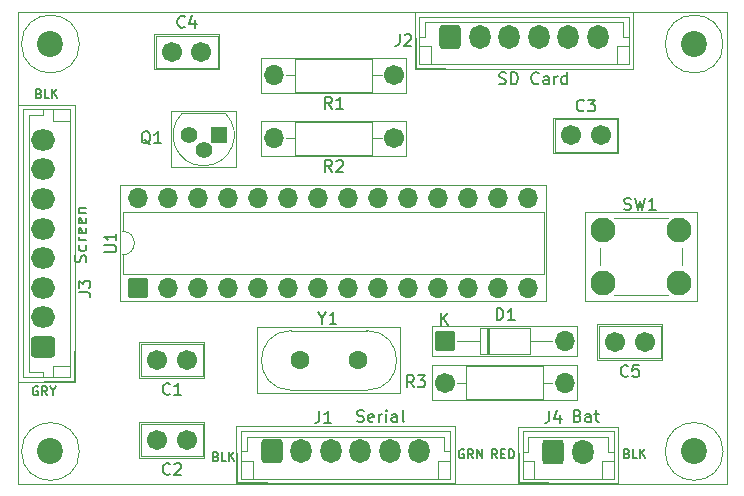
<source format=gbo>
%TF.GenerationSoftware,KiCad,Pcbnew,7.0.1*%
%TF.CreationDate,2023-04-20T23:53:02-05:00*%
%TF.ProjectId,epaper_board_layout,65706170-6572-45f6-926f-6172645f6c61,V01*%
%TF.SameCoordinates,Original*%
%TF.FileFunction,Legend,Bot*%
%TF.FilePolarity,Positive*%
%FSLAX46Y46*%
G04 Gerber Fmt 4.6, Leading zero omitted, Abs format (unit mm)*
G04 Created by KiCad (PCBNEW 7.0.1) date 2023-04-20 23:53:02*
%MOMM*%
%LPD*%
G01*
G04 APERTURE LIST*
G04 Aperture macros list*
%AMRoundRect*
0 Rectangle with rounded corners*
0 $1 Rounding radius*
0 $2 $3 $4 $5 $6 $7 $8 $9 X,Y pos of 4 corners*
0 Add a 4 corners polygon primitive as box body*
4,1,4,$2,$3,$4,$5,$6,$7,$8,$9,$2,$3,0*
0 Add four circle primitives for the rounded corners*
1,1,$1+$1,$2,$3*
1,1,$1+$1,$4,$5*
1,1,$1+$1,$6,$7*
1,1,$1+$1,$8,$9*
0 Add four rect primitives between the rounded corners*
20,1,$1+$1,$2,$3,$4,$5,0*
20,1,$1+$1,$4,$5,$6,$7,0*
20,1,$1+$1,$6,$7,$8,$9,0*
20,1,$1+$1,$8,$9,$2,$3,0*%
G04 Aperture macros list end*
%ADD10C,0.127000*%
%ADD11C,0.150000*%
%ADD12C,0.120000*%
%ADD13RoundRect,0.300800X-0.600000X-0.750000X0.600000X-0.750000X0.600000X0.750000X-0.600000X0.750000X0*%
%ADD14O,1.801600X2.101600*%
%ADD15C,2.200000*%
%ADD16RoundRect,0.050800X0.650000X0.650000X-0.650000X0.650000X-0.650000X-0.650000X0.650000X-0.650000X0*%
%ADD17C,1.401600*%
%ADD18C,1.701600*%
%ADD19RoundRect,0.050800X0.800000X-0.800000X0.800000X0.800000X-0.800000X0.800000X-0.800000X-0.800000X0*%
%ADD20O,1.701600X1.701600*%
%ADD21RoundRect,0.300800X0.725000X-0.600000X0.725000X0.600000X-0.725000X0.600000X-0.725000X-0.600000X0*%
%ADD22O,2.051600X1.801600*%
%ADD23C,2.101600*%
%ADD24RoundRect,0.300800X-0.600000X-0.725000X0.600000X-0.725000X0.600000X0.725000X-0.600000X0.725000X0*%
%ADD25O,1.801600X2.051600*%
%ADD26C,1.601600*%
%ADD27RoundRect,0.050800X-0.800000X-0.800000X0.800000X-0.800000X0.800000X0.800000X-0.800000X0.800000X0*%
%TA.AperFunction,Profile*%
%ADD28C,0.038100*%
%TD*%
%ADD29C,0.050000*%
G04 APERTURE END LIST*
D10*
X101781428Y-106949602D02*
X101890285Y-106985888D01*
X101890285Y-106985888D02*
X101926571Y-107022174D01*
X101926571Y-107022174D02*
X101962857Y-107094745D01*
X101962857Y-107094745D02*
X101962857Y-107203602D01*
X101962857Y-107203602D02*
X101926571Y-107276174D01*
X101926571Y-107276174D02*
X101890285Y-107312460D01*
X101890285Y-107312460D02*
X101817714Y-107348745D01*
X101817714Y-107348745D02*
X101527428Y-107348745D01*
X101527428Y-107348745D02*
X101527428Y-106586745D01*
X101527428Y-106586745D02*
X101781428Y-106586745D01*
X101781428Y-106586745D02*
X101854000Y-106623031D01*
X101854000Y-106623031D02*
X101890285Y-106659317D01*
X101890285Y-106659317D02*
X101926571Y-106731888D01*
X101926571Y-106731888D02*
X101926571Y-106804460D01*
X101926571Y-106804460D02*
X101890285Y-106877031D01*
X101890285Y-106877031D02*
X101854000Y-106913317D01*
X101854000Y-106913317D02*
X101781428Y-106949602D01*
X101781428Y-106949602D02*
X101527428Y-106949602D01*
X102652285Y-107348745D02*
X102289428Y-107348745D01*
X102289428Y-107348745D02*
X102289428Y-106586745D01*
X102906285Y-107348745D02*
X102906285Y-106586745D01*
X103341714Y-107348745D02*
X103015142Y-106913317D01*
X103341714Y-106586745D02*
X102906285Y-107022174D01*
X151565428Y-137429602D02*
X151674285Y-137465888D01*
X151674285Y-137465888D02*
X151710571Y-137502174D01*
X151710571Y-137502174D02*
X151746857Y-137574745D01*
X151746857Y-137574745D02*
X151746857Y-137683602D01*
X151746857Y-137683602D02*
X151710571Y-137756174D01*
X151710571Y-137756174D02*
X151674285Y-137792460D01*
X151674285Y-137792460D02*
X151601714Y-137828745D01*
X151601714Y-137828745D02*
X151311428Y-137828745D01*
X151311428Y-137828745D02*
X151311428Y-137066745D01*
X151311428Y-137066745D02*
X151565428Y-137066745D01*
X151565428Y-137066745D02*
X151638000Y-137103031D01*
X151638000Y-137103031D02*
X151674285Y-137139317D01*
X151674285Y-137139317D02*
X151710571Y-137211888D01*
X151710571Y-137211888D02*
X151710571Y-137284460D01*
X151710571Y-137284460D02*
X151674285Y-137357031D01*
X151674285Y-137357031D02*
X151638000Y-137393317D01*
X151638000Y-137393317D02*
X151565428Y-137429602D01*
X151565428Y-137429602D02*
X151311428Y-137429602D01*
X152436285Y-137828745D02*
X152073428Y-137828745D01*
X152073428Y-137828745D02*
X152073428Y-137066745D01*
X152690285Y-137828745D02*
X152690285Y-137066745D01*
X153125714Y-137828745D02*
X152799142Y-137393317D01*
X153125714Y-137066745D02*
X152690285Y-137502174D01*
D11*
X147383428Y-134227809D02*
X147526285Y-134275428D01*
X147526285Y-134275428D02*
X147573904Y-134323047D01*
X147573904Y-134323047D02*
X147621523Y-134418285D01*
X147621523Y-134418285D02*
X147621523Y-134561142D01*
X147621523Y-134561142D02*
X147573904Y-134656380D01*
X147573904Y-134656380D02*
X147526285Y-134704000D01*
X147526285Y-134704000D02*
X147431047Y-134751619D01*
X147431047Y-134751619D02*
X147050095Y-134751619D01*
X147050095Y-134751619D02*
X147050095Y-133751619D01*
X147050095Y-133751619D02*
X147383428Y-133751619D01*
X147383428Y-133751619D02*
X147478666Y-133799238D01*
X147478666Y-133799238D02*
X147526285Y-133846857D01*
X147526285Y-133846857D02*
X147573904Y-133942095D01*
X147573904Y-133942095D02*
X147573904Y-134037333D01*
X147573904Y-134037333D02*
X147526285Y-134132571D01*
X147526285Y-134132571D02*
X147478666Y-134180190D01*
X147478666Y-134180190D02*
X147383428Y-134227809D01*
X147383428Y-134227809D02*
X147050095Y-134227809D01*
X148478666Y-134751619D02*
X148478666Y-134227809D01*
X148478666Y-134227809D02*
X148431047Y-134132571D01*
X148431047Y-134132571D02*
X148335809Y-134084952D01*
X148335809Y-134084952D02*
X148145333Y-134084952D01*
X148145333Y-134084952D02*
X148050095Y-134132571D01*
X148478666Y-134704000D02*
X148383428Y-134751619D01*
X148383428Y-134751619D02*
X148145333Y-134751619D01*
X148145333Y-134751619D02*
X148050095Y-134704000D01*
X148050095Y-134704000D02*
X148002476Y-134608761D01*
X148002476Y-134608761D02*
X148002476Y-134513523D01*
X148002476Y-134513523D02*
X148050095Y-134418285D01*
X148050095Y-134418285D02*
X148145333Y-134370666D01*
X148145333Y-134370666D02*
X148383428Y-134370666D01*
X148383428Y-134370666D02*
X148478666Y-134323047D01*
X148812000Y-134084952D02*
X149192952Y-134084952D01*
X148954857Y-133751619D02*
X148954857Y-134608761D01*
X148954857Y-134608761D02*
X149002476Y-134704000D01*
X149002476Y-134704000D02*
X149097714Y-134751619D01*
X149097714Y-134751619D02*
X149192952Y-134751619D01*
D10*
X140570857Y-137828745D02*
X140316857Y-137465888D01*
X140135428Y-137828745D02*
X140135428Y-137066745D01*
X140135428Y-137066745D02*
X140425714Y-137066745D01*
X140425714Y-137066745D02*
X140498285Y-137103031D01*
X140498285Y-137103031D02*
X140534571Y-137139317D01*
X140534571Y-137139317D02*
X140570857Y-137211888D01*
X140570857Y-137211888D02*
X140570857Y-137320745D01*
X140570857Y-137320745D02*
X140534571Y-137393317D01*
X140534571Y-137393317D02*
X140498285Y-137429602D01*
X140498285Y-137429602D02*
X140425714Y-137465888D01*
X140425714Y-137465888D02*
X140135428Y-137465888D01*
X140897428Y-137429602D02*
X141151428Y-137429602D01*
X141260285Y-137828745D02*
X140897428Y-137828745D01*
X140897428Y-137828745D02*
X140897428Y-137066745D01*
X140897428Y-137066745D02*
X141260285Y-137066745D01*
X141586857Y-137828745D02*
X141586857Y-137066745D01*
X141586857Y-137066745D02*
X141768286Y-137066745D01*
X141768286Y-137066745D02*
X141877143Y-137103031D01*
X141877143Y-137103031D02*
X141949714Y-137175602D01*
X141949714Y-137175602D02*
X141986000Y-137248174D01*
X141986000Y-137248174D02*
X142022286Y-137393317D01*
X142022286Y-137393317D02*
X142022286Y-137502174D01*
X142022286Y-137502174D02*
X141986000Y-137647317D01*
X141986000Y-137647317D02*
X141949714Y-137719888D01*
X141949714Y-137719888D02*
X141877143Y-137792460D01*
X141877143Y-137792460D02*
X141768286Y-137828745D01*
X141768286Y-137828745D02*
X141586857Y-137828745D01*
D11*
X140754076Y-106103600D02*
X140896933Y-106151219D01*
X140896933Y-106151219D02*
X141135028Y-106151219D01*
X141135028Y-106151219D02*
X141230266Y-106103600D01*
X141230266Y-106103600D02*
X141277885Y-106055980D01*
X141277885Y-106055980D02*
X141325504Y-105960742D01*
X141325504Y-105960742D02*
X141325504Y-105865504D01*
X141325504Y-105865504D02*
X141277885Y-105770266D01*
X141277885Y-105770266D02*
X141230266Y-105722647D01*
X141230266Y-105722647D02*
X141135028Y-105675028D01*
X141135028Y-105675028D02*
X140944552Y-105627409D01*
X140944552Y-105627409D02*
X140849314Y-105579790D01*
X140849314Y-105579790D02*
X140801695Y-105532171D01*
X140801695Y-105532171D02*
X140754076Y-105436933D01*
X140754076Y-105436933D02*
X140754076Y-105341695D01*
X140754076Y-105341695D02*
X140801695Y-105246457D01*
X140801695Y-105246457D02*
X140849314Y-105198838D01*
X140849314Y-105198838D02*
X140944552Y-105151219D01*
X140944552Y-105151219D02*
X141182647Y-105151219D01*
X141182647Y-105151219D02*
X141325504Y-105198838D01*
X141754076Y-106151219D02*
X141754076Y-105151219D01*
X141754076Y-105151219D02*
X141992171Y-105151219D01*
X141992171Y-105151219D02*
X142135028Y-105198838D01*
X142135028Y-105198838D02*
X142230266Y-105294076D01*
X142230266Y-105294076D02*
X142277885Y-105389314D01*
X142277885Y-105389314D02*
X142325504Y-105579790D01*
X142325504Y-105579790D02*
X142325504Y-105722647D01*
X142325504Y-105722647D02*
X142277885Y-105913123D01*
X142277885Y-105913123D02*
X142230266Y-106008361D01*
X142230266Y-106008361D02*
X142135028Y-106103600D01*
X142135028Y-106103600D02*
X141992171Y-106151219D01*
X141992171Y-106151219D02*
X141754076Y-106151219D01*
X144087409Y-106055980D02*
X144039790Y-106103600D01*
X144039790Y-106103600D02*
X143896933Y-106151219D01*
X143896933Y-106151219D02*
X143801695Y-106151219D01*
X143801695Y-106151219D02*
X143658838Y-106103600D01*
X143658838Y-106103600D02*
X143563600Y-106008361D01*
X143563600Y-106008361D02*
X143515981Y-105913123D01*
X143515981Y-105913123D02*
X143468362Y-105722647D01*
X143468362Y-105722647D02*
X143468362Y-105579790D01*
X143468362Y-105579790D02*
X143515981Y-105389314D01*
X143515981Y-105389314D02*
X143563600Y-105294076D01*
X143563600Y-105294076D02*
X143658838Y-105198838D01*
X143658838Y-105198838D02*
X143801695Y-105151219D01*
X143801695Y-105151219D02*
X143896933Y-105151219D01*
X143896933Y-105151219D02*
X144039790Y-105198838D01*
X144039790Y-105198838D02*
X144087409Y-105246457D01*
X144944552Y-106151219D02*
X144944552Y-105627409D01*
X144944552Y-105627409D02*
X144896933Y-105532171D01*
X144896933Y-105532171D02*
X144801695Y-105484552D01*
X144801695Y-105484552D02*
X144611219Y-105484552D01*
X144611219Y-105484552D02*
X144515981Y-105532171D01*
X144944552Y-106103600D02*
X144849314Y-106151219D01*
X144849314Y-106151219D02*
X144611219Y-106151219D01*
X144611219Y-106151219D02*
X144515981Y-106103600D01*
X144515981Y-106103600D02*
X144468362Y-106008361D01*
X144468362Y-106008361D02*
X144468362Y-105913123D01*
X144468362Y-105913123D02*
X144515981Y-105817885D01*
X144515981Y-105817885D02*
X144611219Y-105770266D01*
X144611219Y-105770266D02*
X144849314Y-105770266D01*
X144849314Y-105770266D02*
X144944552Y-105722647D01*
X145420743Y-106151219D02*
X145420743Y-105484552D01*
X145420743Y-105675028D02*
X145468362Y-105579790D01*
X145468362Y-105579790D02*
X145515981Y-105532171D01*
X145515981Y-105532171D02*
X145611219Y-105484552D01*
X145611219Y-105484552D02*
X145706457Y-105484552D01*
X146468362Y-106151219D02*
X146468362Y-105151219D01*
X146468362Y-106103600D02*
X146373124Y-106151219D01*
X146373124Y-106151219D02*
X146182648Y-106151219D01*
X146182648Y-106151219D02*
X146087410Y-106103600D01*
X146087410Y-106103600D02*
X146039791Y-106055980D01*
X146039791Y-106055980D02*
X145992172Y-105960742D01*
X145992172Y-105960742D02*
X145992172Y-105675028D01*
X145992172Y-105675028D02*
X146039791Y-105579790D01*
X146039791Y-105579790D02*
X146087410Y-105532171D01*
X146087410Y-105532171D02*
X146182648Y-105484552D01*
X146182648Y-105484552D02*
X146373124Y-105484552D01*
X146373124Y-105484552D02*
X146468362Y-105532171D01*
X105748000Y-121221523D02*
X105795619Y-121078666D01*
X105795619Y-121078666D02*
X105795619Y-120840571D01*
X105795619Y-120840571D02*
X105748000Y-120745333D01*
X105748000Y-120745333D02*
X105700380Y-120697714D01*
X105700380Y-120697714D02*
X105605142Y-120650095D01*
X105605142Y-120650095D02*
X105509904Y-120650095D01*
X105509904Y-120650095D02*
X105414666Y-120697714D01*
X105414666Y-120697714D02*
X105367047Y-120745333D01*
X105367047Y-120745333D02*
X105319428Y-120840571D01*
X105319428Y-120840571D02*
X105271809Y-121031047D01*
X105271809Y-121031047D02*
X105224190Y-121126285D01*
X105224190Y-121126285D02*
X105176571Y-121173904D01*
X105176571Y-121173904D02*
X105081333Y-121221523D01*
X105081333Y-121221523D02*
X104986095Y-121221523D01*
X104986095Y-121221523D02*
X104890857Y-121173904D01*
X104890857Y-121173904D02*
X104843238Y-121126285D01*
X104843238Y-121126285D02*
X104795619Y-121031047D01*
X104795619Y-121031047D02*
X104795619Y-120792952D01*
X104795619Y-120792952D02*
X104843238Y-120650095D01*
X105748000Y-119792952D02*
X105795619Y-119888190D01*
X105795619Y-119888190D02*
X105795619Y-120078666D01*
X105795619Y-120078666D02*
X105748000Y-120173904D01*
X105748000Y-120173904D02*
X105700380Y-120221523D01*
X105700380Y-120221523D02*
X105605142Y-120269142D01*
X105605142Y-120269142D02*
X105319428Y-120269142D01*
X105319428Y-120269142D02*
X105224190Y-120221523D01*
X105224190Y-120221523D02*
X105176571Y-120173904D01*
X105176571Y-120173904D02*
X105128952Y-120078666D01*
X105128952Y-120078666D02*
X105128952Y-119888190D01*
X105128952Y-119888190D02*
X105176571Y-119792952D01*
X105795619Y-119364380D02*
X105128952Y-119364380D01*
X105319428Y-119364380D02*
X105224190Y-119316761D01*
X105224190Y-119316761D02*
X105176571Y-119269142D01*
X105176571Y-119269142D02*
X105128952Y-119173904D01*
X105128952Y-119173904D02*
X105128952Y-119078666D01*
X105748000Y-118364380D02*
X105795619Y-118459618D01*
X105795619Y-118459618D02*
X105795619Y-118650094D01*
X105795619Y-118650094D02*
X105748000Y-118745332D01*
X105748000Y-118745332D02*
X105652761Y-118792951D01*
X105652761Y-118792951D02*
X105271809Y-118792951D01*
X105271809Y-118792951D02*
X105176571Y-118745332D01*
X105176571Y-118745332D02*
X105128952Y-118650094D01*
X105128952Y-118650094D02*
X105128952Y-118459618D01*
X105128952Y-118459618D02*
X105176571Y-118364380D01*
X105176571Y-118364380D02*
X105271809Y-118316761D01*
X105271809Y-118316761D02*
X105367047Y-118316761D01*
X105367047Y-118316761D02*
X105462285Y-118792951D01*
X105748000Y-117507237D02*
X105795619Y-117602475D01*
X105795619Y-117602475D02*
X105795619Y-117792951D01*
X105795619Y-117792951D02*
X105748000Y-117888189D01*
X105748000Y-117888189D02*
X105652761Y-117935808D01*
X105652761Y-117935808D02*
X105271809Y-117935808D01*
X105271809Y-117935808D02*
X105176571Y-117888189D01*
X105176571Y-117888189D02*
X105128952Y-117792951D01*
X105128952Y-117792951D02*
X105128952Y-117602475D01*
X105128952Y-117602475D02*
X105176571Y-117507237D01*
X105176571Y-117507237D02*
X105271809Y-117459618D01*
X105271809Y-117459618D02*
X105367047Y-117459618D01*
X105367047Y-117459618D02*
X105462285Y-117935808D01*
X105128952Y-117031046D02*
X105795619Y-117031046D01*
X105224190Y-117031046D02*
X105176571Y-116983427D01*
X105176571Y-116983427D02*
X105128952Y-116888189D01*
X105128952Y-116888189D02*
X105128952Y-116745332D01*
X105128952Y-116745332D02*
X105176571Y-116650094D01*
X105176571Y-116650094D02*
X105271809Y-116602475D01*
X105271809Y-116602475D02*
X105795619Y-116602475D01*
X128714476Y-134704000D02*
X128857333Y-134751619D01*
X128857333Y-134751619D02*
X129095428Y-134751619D01*
X129095428Y-134751619D02*
X129190666Y-134704000D01*
X129190666Y-134704000D02*
X129238285Y-134656380D01*
X129238285Y-134656380D02*
X129285904Y-134561142D01*
X129285904Y-134561142D02*
X129285904Y-134465904D01*
X129285904Y-134465904D02*
X129238285Y-134370666D01*
X129238285Y-134370666D02*
X129190666Y-134323047D01*
X129190666Y-134323047D02*
X129095428Y-134275428D01*
X129095428Y-134275428D02*
X128904952Y-134227809D01*
X128904952Y-134227809D02*
X128809714Y-134180190D01*
X128809714Y-134180190D02*
X128762095Y-134132571D01*
X128762095Y-134132571D02*
X128714476Y-134037333D01*
X128714476Y-134037333D02*
X128714476Y-133942095D01*
X128714476Y-133942095D02*
X128762095Y-133846857D01*
X128762095Y-133846857D02*
X128809714Y-133799238D01*
X128809714Y-133799238D02*
X128904952Y-133751619D01*
X128904952Y-133751619D02*
X129143047Y-133751619D01*
X129143047Y-133751619D02*
X129285904Y-133799238D01*
X130095428Y-134704000D02*
X130000190Y-134751619D01*
X130000190Y-134751619D02*
X129809714Y-134751619D01*
X129809714Y-134751619D02*
X129714476Y-134704000D01*
X129714476Y-134704000D02*
X129666857Y-134608761D01*
X129666857Y-134608761D02*
X129666857Y-134227809D01*
X129666857Y-134227809D02*
X129714476Y-134132571D01*
X129714476Y-134132571D02*
X129809714Y-134084952D01*
X129809714Y-134084952D02*
X130000190Y-134084952D01*
X130000190Y-134084952D02*
X130095428Y-134132571D01*
X130095428Y-134132571D02*
X130143047Y-134227809D01*
X130143047Y-134227809D02*
X130143047Y-134323047D01*
X130143047Y-134323047D02*
X129666857Y-134418285D01*
X130571619Y-134751619D02*
X130571619Y-134084952D01*
X130571619Y-134275428D02*
X130619238Y-134180190D01*
X130619238Y-134180190D02*
X130666857Y-134132571D01*
X130666857Y-134132571D02*
X130762095Y-134084952D01*
X130762095Y-134084952D02*
X130857333Y-134084952D01*
X131190667Y-134751619D02*
X131190667Y-134084952D01*
X131190667Y-133751619D02*
X131143048Y-133799238D01*
X131143048Y-133799238D02*
X131190667Y-133846857D01*
X131190667Y-133846857D02*
X131238286Y-133799238D01*
X131238286Y-133799238D02*
X131190667Y-133751619D01*
X131190667Y-133751619D02*
X131190667Y-133846857D01*
X132095428Y-134751619D02*
X132095428Y-134227809D01*
X132095428Y-134227809D02*
X132047809Y-134132571D01*
X132047809Y-134132571D02*
X131952571Y-134084952D01*
X131952571Y-134084952D02*
X131762095Y-134084952D01*
X131762095Y-134084952D02*
X131666857Y-134132571D01*
X132095428Y-134704000D02*
X132000190Y-134751619D01*
X132000190Y-134751619D02*
X131762095Y-134751619D01*
X131762095Y-134751619D02*
X131666857Y-134704000D01*
X131666857Y-134704000D02*
X131619238Y-134608761D01*
X131619238Y-134608761D02*
X131619238Y-134513523D01*
X131619238Y-134513523D02*
X131666857Y-134418285D01*
X131666857Y-134418285D02*
X131762095Y-134370666D01*
X131762095Y-134370666D02*
X132000190Y-134370666D01*
X132000190Y-134370666D02*
X132095428Y-134323047D01*
X132714476Y-134751619D02*
X132619238Y-134704000D01*
X132619238Y-134704000D02*
X132571619Y-134608761D01*
X132571619Y-134608761D02*
X132571619Y-133751619D01*
D10*
X101672571Y-131769031D02*
X101600000Y-131732745D01*
X101600000Y-131732745D02*
X101491142Y-131732745D01*
X101491142Y-131732745D02*
X101382285Y-131769031D01*
X101382285Y-131769031D02*
X101309714Y-131841602D01*
X101309714Y-131841602D02*
X101273428Y-131914174D01*
X101273428Y-131914174D02*
X101237142Y-132059317D01*
X101237142Y-132059317D02*
X101237142Y-132168174D01*
X101237142Y-132168174D02*
X101273428Y-132313317D01*
X101273428Y-132313317D02*
X101309714Y-132385888D01*
X101309714Y-132385888D02*
X101382285Y-132458460D01*
X101382285Y-132458460D02*
X101491142Y-132494745D01*
X101491142Y-132494745D02*
X101563714Y-132494745D01*
X101563714Y-132494745D02*
X101672571Y-132458460D01*
X101672571Y-132458460D02*
X101708857Y-132422174D01*
X101708857Y-132422174D02*
X101708857Y-132168174D01*
X101708857Y-132168174D02*
X101563714Y-132168174D01*
X102470857Y-132494745D02*
X102216857Y-132131888D01*
X102035428Y-132494745D02*
X102035428Y-131732745D01*
X102035428Y-131732745D02*
X102325714Y-131732745D01*
X102325714Y-131732745D02*
X102398285Y-131769031D01*
X102398285Y-131769031D02*
X102434571Y-131805317D01*
X102434571Y-131805317D02*
X102470857Y-131877888D01*
X102470857Y-131877888D02*
X102470857Y-131986745D01*
X102470857Y-131986745D02*
X102434571Y-132059317D01*
X102434571Y-132059317D02*
X102398285Y-132095602D01*
X102398285Y-132095602D02*
X102325714Y-132131888D01*
X102325714Y-132131888D02*
X102035428Y-132131888D01*
X102942571Y-132131888D02*
X102942571Y-132494745D01*
X102688571Y-131732745D02*
X102942571Y-132131888D01*
X102942571Y-132131888D02*
X103196571Y-131732745D01*
X137740571Y-137103031D02*
X137668000Y-137066745D01*
X137668000Y-137066745D02*
X137559142Y-137066745D01*
X137559142Y-137066745D02*
X137450285Y-137103031D01*
X137450285Y-137103031D02*
X137377714Y-137175602D01*
X137377714Y-137175602D02*
X137341428Y-137248174D01*
X137341428Y-137248174D02*
X137305142Y-137393317D01*
X137305142Y-137393317D02*
X137305142Y-137502174D01*
X137305142Y-137502174D02*
X137341428Y-137647317D01*
X137341428Y-137647317D02*
X137377714Y-137719888D01*
X137377714Y-137719888D02*
X137450285Y-137792460D01*
X137450285Y-137792460D02*
X137559142Y-137828745D01*
X137559142Y-137828745D02*
X137631714Y-137828745D01*
X137631714Y-137828745D02*
X137740571Y-137792460D01*
X137740571Y-137792460D02*
X137776857Y-137756174D01*
X137776857Y-137756174D02*
X137776857Y-137502174D01*
X137776857Y-137502174D02*
X137631714Y-137502174D01*
X138538857Y-137828745D02*
X138284857Y-137465888D01*
X138103428Y-137828745D02*
X138103428Y-137066745D01*
X138103428Y-137066745D02*
X138393714Y-137066745D01*
X138393714Y-137066745D02*
X138466285Y-137103031D01*
X138466285Y-137103031D02*
X138502571Y-137139317D01*
X138502571Y-137139317D02*
X138538857Y-137211888D01*
X138538857Y-137211888D02*
X138538857Y-137320745D01*
X138538857Y-137320745D02*
X138502571Y-137393317D01*
X138502571Y-137393317D02*
X138466285Y-137429602D01*
X138466285Y-137429602D02*
X138393714Y-137465888D01*
X138393714Y-137465888D02*
X138103428Y-137465888D01*
X138865428Y-137828745D02*
X138865428Y-137066745D01*
X138865428Y-137066745D02*
X139300857Y-137828745D01*
X139300857Y-137828745D02*
X139300857Y-137066745D01*
X116767428Y-137683602D02*
X116876285Y-137719888D01*
X116876285Y-137719888D02*
X116912571Y-137756174D01*
X116912571Y-137756174D02*
X116948857Y-137828745D01*
X116948857Y-137828745D02*
X116948857Y-137937602D01*
X116948857Y-137937602D02*
X116912571Y-138010174D01*
X116912571Y-138010174D02*
X116876285Y-138046460D01*
X116876285Y-138046460D02*
X116803714Y-138082745D01*
X116803714Y-138082745D02*
X116513428Y-138082745D01*
X116513428Y-138082745D02*
X116513428Y-137320745D01*
X116513428Y-137320745D02*
X116767428Y-137320745D01*
X116767428Y-137320745D02*
X116840000Y-137357031D01*
X116840000Y-137357031D02*
X116876285Y-137393317D01*
X116876285Y-137393317D02*
X116912571Y-137465888D01*
X116912571Y-137465888D02*
X116912571Y-137538460D01*
X116912571Y-137538460D02*
X116876285Y-137611031D01*
X116876285Y-137611031D02*
X116840000Y-137647317D01*
X116840000Y-137647317D02*
X116767428Y-137683602D01*
X116767428Y-137683602D02*
X116513428Y-137683602D01*
X117638285Y-138082745D02*
X117275428Y-138082745D01*
X117275428Y-138082745D02*
X117275428Y-137320745D01*
X117892285Y-138082745D02*
X117892285Y-137320745D01*
X118327714Y-138082745D02*
X118001142Y-137647317D01*
X118327714Y-137320745D02*
X117892285Y-137756174D01*
D11*
%TO.C,J4*%
X144974666Y-133828619D02*
X144974666Y-134542904D01*
X144974666Y-134542904D02*
X144927047Y-134685761D01*
X144927047Y-134685761D02*
X144831809Y-134781000D01*
X144831809Y-134781000D02*
X144688952Y-134828619D01*
X144688952Y-134828619D02*
X144593714Y-134828619D01*
X145879428Y-134161952D02*
X145879428Y-134828619D01*
X145641333Y-133781000D02*
X145403238Y-134495285D01*
X145403238Y-134495285D02*
X146022285Y-134495285D01*
%TO.C,Q1*%
X111207561Y-111251057D02*
X111112323Y-111203438D01*
X111112323Y-111203438D02*
X111017085Y-111108200D01*
X111017085Y-111108200D02*
X110874228Y-110965342D01*
X110874228Y-110965342D02*
X110778990Y-110917723D01*
X110778990Y-110917723D02*
X110683752Y-110917723D01*
X110731371Y-111155819D02*
X110636133Y-111108200D01*
X110636133Y-111108200D02*
X110540895Y-111012961D01*
X110540895Y-111012961D02*
X110493276Y-110822485D01*
X110493276Y-110822485D02*
X110493276Y-110489152D01*
X110493276Y-110489152D02*
X110540895Y-110298676D01*
X110540895Y-110298676D02*
X110636133Y-110203438D01*
X110636133Y-110203438D02*
X110731371Y-110155819D01*
X110731371Y-110155819D02*
X110921847Y-110155819D01*
X110921847Y-110155819D02*
X111017085Y-110203438D01*
X111017085Y-110203438D02*
X111112323Y-110298676D01*
X111112323Y-110298676D02*
X111159942Y-110489152D01*
X111159942Y-110489152D02*
X111159942Y-110822485D01*
X111159942Y-110822485D02*
X111112323Y-111012961D01*
X111112323Y-111012961D02*
X111017085Y-111108200D01*
X111017085Y-111108200D02*
X110921847Y-111155819D01*
X110921847Y-111155819D02*
X110731371Y-111155819D01*
X112112323Y-111155819D02*
X111540895Y-111155819D01*
X111826609Y-111155819D02*
X111826609Y-110155819D01*
X111826609Y-110155819D02*
X111731371Y-110298676D01*
X111731371Y-110298676D02*
X111636133Y-110393914D01*
X111636133Y-110393914D02*
X111540895Y-110441533D01*
%TO.C,C2*%
X112863333Y-139138380D02*
X112815714Y-139186000D01*
X112815714Y-139186000D02*
X112672857Y-139233619D01*
X112672857Y-139233619D02*
X112577619Y-139233619D01*
X112577619Y-139233619D02*
X112434762Y-139186000D01*
X112434762Y-139186000D02*
X112339524Y-139090761D01*
X112339524Y-139090761D02*
X112291905Y-138995523D01*
X112291905Y-138995523D02*
X112244286Y-138805047D01*
X112244286Y-138805047D02*
X112244286Y-138662190D01*
X112244286Y-138662190D02*
X112291905Y-138471714D01*
X112291905Y-138471714D02*
X112339524Y-138376476D01*
X112339524Y-138376476D02*
X112434762Y-138281238D01*
X112434762Y-138281238D02*
X112577619Y-138233619D01*
X112577619Y-138233619D02*
X112672857Y-138233619D01*
X112672857Y-138233619D02*
X112815714Y-138281238D01*
X112815714Y-138281238D02*
X112863333Y-138328857D01*
X113244286Y-138328857D02*
X113291905Y-138281238D01*
X113291905Y-138281238D02*
X113387143Y-138233619D01*
X113387143Y-138233619D02*
X113625238Y-138233619D01*
X113625238Y-138233619D02*
X113720476Y-138281238D01*
X113720476Y-138281238D02*
X113768095Y-138328857D01*
X113768095Y-138328857D02*
X113815714Y-138424095D01*
X113815714Y-138424095D02*
X113815714Y-138519333D01*
X113815714Y-138519333D02*
X113768095Y-138662190D01*
X113768095Y-138662190D02*
X113196667Y-139233619D01*
X113196667Y-139233619D02*
X113815714Y-139233619D01*
%TO.C,C4*%
X114117133Y-101270780D02*
X114069514Y-101318400D01*
X114069514Y-101318400D02*
X113926657Y-101366019D01*
X113926657Y-101366019D02*
X113831419Y-101366019D01*
X113831419Y-101366019D02*
X113688562Y-101318400D01*
X113688562Y-101318400D02*
X113593324Y-101223161D01*
X113593324Y-101223161D02*
X113545705Y-101127923D01*
X113545705Y-101127923D02*
X113498086Y-100937447D01*
X113498086Y-100937447D02*
X113498086Y-100794590D01*
X113498086Y-100794590D02*
X113545705Y-100604114D01*
X113545705Y-100604114D02*
X113593324Y-100508876D01*
X113593324Y-100508876D02*
X113688562Y-100413638D01*
X113688562Y-100413638D02*
X113831419Y-100366019D01*
X113831419Y-100366019D02*
X113926657Y-100366019D01*
X113926657Y-100366019D02*
X114069514Y-100413638D01*
X114069514Y-100413638D02*
X114117133Y-100461257D01*
X114974276Y-100699352D02*
X114974276Y-101366019D01*
X114736181Y-100318400D02*
X114498086Y-101032685D01*
X114498086Y-101032685D02*
X115117133Y-101032685D01*
%TO.C,C5*%
X151649133Y-130832580D02*
X151601514Y-130880200D01*
X151601514Y-130880200D02*
X151458657Y-130927819D01*
X151458657Y-130927819D02*
X151363419Y-130927819D01*
X151363419Y-130927819D02*
X151220562Y-130880200D01*
X151220562Y-130880200D02*
X151125324Y-130784961D01*
X151125324Y-130784961D02*
X151077705Y-130689723D01*
X151077705Y-130689723D02*
X151030086Y-130499247D01*
X151030086Y-130499247D02*
X151030086Y-130356390D01*
X151030086Y-130356390D02*
X151077705Y-130165914D01*
X151077705Y-130165914D02*
X151125324Y-130070676D01*
X151125324Y-130070676D02*
X151220562Y-129975438D01*
X151220562Y-129975438D02*
X151363419Y-129927819D01*
X151363419Y-129927819D02*
X151458657Y-129927819D01*
X151458657Y-129927819D02*
X151601514Y-129975438D01*
X151601514Y-129975438D02*
X151649133Y-130023057D01*
X152553895Y-129927819D02*
X152077705Y-129927819D01*
X152077705Y-129927819D02*
X152030086Y-130404009D01*
X152030086Y-130404009D02*
X152077705Y-130356390D01*
X152077705Y-130356390D02*
X152172943Y-130308771D01*
X152172943Y-130308771D02*
X152411038Y-130308771D01*
X152411038Y-130308771D02*
X152506276Y-130356390D01*
X152506276Y-130356390D02*
X152553895Y-130404009D01*
X152553895Y-130404009D02*
X152601514Y-130499247D01*
X152601514Y-130499247D02*
X152601514Y-130737342D01*
X152601514Y-130737342D02*
X152553895Y-130832580D01*
X152553895Y-130832580D02*
X152506276Y-130880200D01*
X152506276Y-130880200D02*
X152411038Y-130927819D01*
X152411038Y-130927819D02*
X152172943Y-130927819D01*
X152172943Y-130927819D02*
X152077705Y-130880200D01*
X152077705Y-130880200D02*
X152030086Y-130832580D01*
%TO.C,U1*%
X107317819Y-120370504D02*
X108127342Y-120370504D01*
X108127342Y-120370504D02*
X108222580Y-120322885D01*
X108222580Y-120322885D02*
X108270200Y-120275266D01*
X108270200Y-120275266D02*
X108317819Y-120180028D01*
X108317819Y-120180028D02*
X108317819Y-119989552D01*
X108317819Y-119989552D02*
X108270200Y-119894314D01*
X108270200Y-119894314D02*
X108222580Y-119846695D01*
X108222580Y-119846695D02*
X108127342Y-119799076D01*
X108127342Y-119799076D02*
X107317819Y-119799076D01*
X108317819Y-118799076D02*
X108317819Y-119370504D01*
X108317819Y-119084790D02*
X107317819Y-119084790D01*
X107317819Y-119084790D02*
X107460676Y-119180028D01*
X107460676Y-119180028D02*
X107555914Y-119275266D01*
X107555914Y-119275266D02*
X107603533Y-119370504D01*
%TO.C,C1*%
X112863333Y-132356580D02*
X112815714Y-132404200D01*
X112815714Y-132404200D02*
X112672857Y-132451819D01*
X112672857Y-132451819D02*
X112577619Y-132451819D01*
X112577619Y-132451819D02*
X112434762Y-132404200D01*
X112434762Y-132404200D02*
X112339524Y-132308961D01*
X112339524Y-132308961D02*
X112291905Y-132213723D01*
X112291905Y-132213723D02*
X112244286Y-132023247D01*
X112244286Y-132023247D02*
X112244286Y-131880390D01*
X112244286Y-131880390D02*
X112291905Y-131689914D01*
X112291905Y-131689914D02*
X112339524Y-131594676D01*
X112339524Y-131594676D02*
X112434762Y-131499438D01*
X112434762Y-131499438D02*
X112577619Y-131451819D01*
X112577619Y-131451819D02*
X112672857Y-131451819D01*
X112672857Y-131451819D02*
X112815714Y-131499438D01*
X112815714Y-131499438D02*
X112863333Y-131547057D01*
X113815714Y-132451819D02*
X113244286Y-132451819D01*
X113530000Y-132451819D02*
X113530000Y-131451819D01*
X113530000Y-131451819D02*
X113434762Y-131594676D01*
X113434762Y-131594676D02*
X113339524Y-131689914D01*
X113339524Y-131689914D02*
X113244286Y-131737533D01*
%TO.C,R2*%
X126579333Y-113576619D02*
X126246000Y-113100428D01*
X126007905Y-113576619D02*
X126007905Y-112576619D01*
X126007905Y-112576619D02*
X126388857Y-112576619D01*
X126388857Y-112576619D02*
X126484095Y-112624238D01*
X126484095Y-112624238D02*
X126531714Y-112671857D01*
X126531714Y-112671857D02*
X126579333Y-112767095D01*
X126579333Y-112767095D02*
X126579333Y-112909952D01*
X126579333Y-112909952D02*
X126531714Y-113005190D01*
X126531714Y-113005190D02*
X126484095Y-113052809D01*
X126484095Y-113052809D02*
X126388857Y-113100428D01*
X126388857Y-113100428D02*
X126007905Y-113100428D01*
X126960286Y-112671857D02*
X127007905Y-112624238D01*
X127007905Y-112624238D02*
X127103143Y-112576619D01*
X127103143Y-112576619D02*
X127341238Y-112576619D01*
X127341238Y-112576619D02*
X127436476Y-112624238D01*
X127436476Y-112624238D02*
X127484095Y-112671857D01*
X127484095Y-112671857D02*
X127531714Y-112767095D01*
X127531714Y-112767095D02*
X127531714Y-112862333D01*
X127531714Y-112862333D02*
X127484095Y-113005190D01*
X127484095Y-113005190D02*
X126912667Y-113576619D01*
X126912667Y-113576619D02*
X127531714Y-113576619D01*
%TO.C,R1*%
X126579333Y-108242619D02*
X126246000Y-107766428D01*
X126007905Y-108242619D02*
X126007905Y-107242619D01*
X126007905Y-107242619D02*
X126388857Y-107242619D01*
X126388857Y-107242619D02*
X126484095Y-107290238D01*
X126484095Y-107290238D02*
X126531714Y-107337857D01*
X126531714Y-107337857D02*
X126579333Y-107433095D01*
X126579333Y-107433095D02*
X126579333Y-107575952D01*
X126579333Y-107575952D02*
X126531714Y-107671190D01*
X126531714Y-107671190D02*
X126484095Y-107718809D01*
X126484095Y-107718809D02*
X126388857Y-107766428D01*
X126388857Y-107766428D02*
X126007905Y-107766428D01*
X127531714Y-108242619D02*
X126960286Y-108242619D01*
X127246000Y-108242619D02*
X127246000Y-107242619D01*
X127246000Y-107242619D02*
X127150762Y-107385476D01*
X127150762Y-107385476D02*
X127055524Y-107480714D01*
X127055524Y-107480714D02*
X126960286Y-107528333D01*
%TO.C,J3*%
X105126619Y-123777333D02*
X105840904Y-123777333D01*
X105840904Y-123777333D02*
X105983761Y-123824952D01*
X105983761Y-123824952D02*
X106079000Y-123920190D01*
X106079000Y-123920190D02*
X106126619Y-124063047D01*
X106126619Y-124063047D02*
X106126619Y-124158285D01*
X105126619Y-123396380D02*
X105126619Y-122777333D01*
X105126619Y-122777333D02*
X105507571Y-123110666D01*
X105507571Y-123110666D02*
X105507571Y-122967809D01*
X105507571Y-122967809D02*
X105555190Y-122872571D01*
X105555190Y-122872571D02*
X105602809Y-122824952D01*
X105602809Y-122824952D02*
X105698047Y-122777333D01*
X105698047Y-122777333D02*
X105936142Y-122777333D01*
X105936142Y-122777333D02*
X106031380Y-122824952D01*
X106031380Y-122824952D02*
X106079000Y-122872571D01*
X106079000Y-122872571D02*
X106126619Y-122967809D01*
X106126619Y-122967809D02*
X106126619Y-123253523D01*
X106126619Y-123253523D02*
X106079000Y-123348761D01*
X106079000Y-123348761D02*
X106031380Y-123396380D01*
%TO.C,SW1*%
X151320667Y-116747000D02*
X151463524Y-116794619D01*
X151463524Y-116794619D02*
X151701619Y-116794619D01*
X151701619Y-116794619D02*
X151796857Y-116747000D01*
X151796857Y-116747000D02*
X151844476Y-116699380D01*
X151844476Y-116699380D02*
X151892095Y-116604142D01*
X151892095Y-116604142D02*
X151892095Y-116508904D01*
X151892095Y-116508904D02*
X151844476Y-116413666D01*
X151844476Y-116413666D02*
X151796857Y-116366047D01*
X151796857Y-116366047D02*
X151701619Y-116318428D01*
X151701619Y-116318428D02*
X151511143Y-116270809D01*
X151511143Y-116270809D02*
X151415905Y-116223190D01*
X151415905Y-116223190D02*
X151368286Y-116175571D01*
X151368286Y-116175571D02*
X151320667Y-116080333D01*
X151320667Y-116080333D02*
X151320667Y-115985095D01*
X151320667Y-115985095D02*
X151368286Y-115889857D01*
X151368286Y-115889857D02*
X151415905Y-115842238D01*
X151415905Y-115842238D02*
X151511143Y-115794619D01*
X151511143Y-115794619D02*
X151749238Y-115794619D01*
X151749238Y-115794619D02*
X151892095Y-115842238D01*
X152225429Y-115794619D02*
X152463524Y-116794619D01*
X152463524Y-116794619D02*
X152654000Y-116080333D01*
X152654000Y-116080333D02*
X152844476Y-116794619D01*
X152844476Y-116794619D02*
X153082572Y-115794619D01*
X153987333Y-116794619D02*
X153415905Y-116794619D01*
X153701619Y-116794619D02*
X153701619Y-115794619D01*
X153701619Y-115794619D02*
X153606381Y-115937476D01*
X153606381Y-115937476D02*
X153511143Y-116032714D01*
X153511143Y-116032714D02*
X153415905Y-116080333D01*
%TO.C,C3*%
X147915333Y-108357380D02*
X147867714Y-108405000D01*
X147867714Y-108405000D02*
X147724857Y-108452619D01*
X147724857Y-108452619D02*
X147629619Y-108452619D01*
X147629619Y-108452619D02*
X147486762Y-108405000D01*
X147486762Y-108405000D02*
X147391524Y-108309761D01*
X147391524Y-108309761D02*
X147343905Y-108214523D01*
X147343905Y-108214523D02*
X147296286Y-108024047D01*
X147296286Y-108024047D02*
X147296286Y-107881190D01*
X147296286Y-107881190D02*
X147343905Y-107690714D01*
X147343905Y-107690714D02*
X147391524Y-107595476D01*
X147391524Y-107595476D02*
X147486762Y-107500238D01*
X147486762Y-107500238D02*
X147629619Y-107452619D01*
X147629619Y-107452619D02*
X147724857Y-107452619D01*
X147724857Y-107452619D02*
X147867714Y-107500238D01*
X147867714Y-107500238D02*
X147915333Y-107547857D01*
X148248667Y-107452619D02*
X148867714Y-107452619D01*
X148867714Y-107452619D02*
X148534381Y-107833571D01*
X148534381Y-107833571D02*
X148677238Y-107833571D01*
X148677238Y-107833571D02*
X148772476Y-107881190D01*
X148772476Y-107881190D02*
X148820095Y-107928809D01*
X148820095Y-107928809D02*
X148867714Y-108024047D01*
X148867714Y-108024047D02*
X148867714Y-108262142D01*
X148867714Y-108262142D02*
X148820095Y-108357380D01*
X148820095Y-108357380D02*
X148772476Y-108405000D01*
X148772476Y-108405000D02*
X148677238Y-108452619D01*
X148677238Y-108452619D02*
X148391524Y-108452619D01*
X148391524Y-108452619D02*
X148296286Y-108405000D01*
X148296286Y-108405000D02*
X148248667Y-108357380D01*
%TO.C,R3*%
X133513533Y-131806019D02*
X133180200Y-131329828D01*
X132942105Y-131806019D02*
X132942105Y-130806019D01*
X132942105Y-130806019D02*
X133323057Y-130806019D01*
X133323057Y-130806019D02*
X133418295Y-130853638D01*
X133418295Y-130853638D02*
X133465914Y-130901257D01*
X133465914Y-130901257D02*
X133513533Y-130996495D01*
X133513533Y-130996495D02*
X133513533Y-131139352D01*
X133513533Y-131139352D02*
X133465914Y-131234590D01*
X133465914Y-131234590D02*
X133418295Y-131282209D01*
X133418295Y-131282209D02*
X133323057Y-131329828D01*
X133323057Y-131329828D02*
X132942105Y-131329828D01*
X133846867Y-130806019D02*
X134465914Y-130806019D01*
X134465914Y-130806019D02*
X134132581Y-131186971D01*
X134132581Y-131186971D02*
X134275438Y-131186971D01*
X134275438Y-131186971D02*
X134370676Y-131234590D01*
X134370676Y-131234590D02*
X134418295Y-131282209D01*
X134418295Y-131282209D02*
X134465914Y-131377447D01*
X134465914Y-131377447D02*
X134465914Y-131615542D01*
X134465914Y-131615542D02*
X134418295Y-131710780D01*
X134418295Y-131710780D02*
X134370676Y-131758400D01*
X134370676Y-131758400D02*
X134275438Y-131806019D01*
X134275438Y-131806019D02*
X133989724Y-131806019D01*
X133989724Y-131806019D02*
X133894486Y-131758400D01*
X133894486Y-131758400D02*
X133846867Y-131710780D01*
%TO.C,J1*%
X125505266Y-133828619D02*
X125505266Y-134542904D01*
X125505266Y-134542904D02*
X125457647Y-134685761D01*
X125457647Y-134685761D02*
X125362409Y-134781000D01*
X125362409Y-134781000D02*
X125219552Y-134828619D01*
X125219552Y-134828619D02*
X125124314Y-134828619D01*
X126505266Y-134828619D02*
X125933838Y-134828619D01*
X126219552Y-134828619D02*
X126219552Y-133828619D01*
X126219552Y-133828619D02*
X126124314Y-133971476D01*
X126124314Y-133971476D02*
X126029076Y-134066714D01*
X126029076Y-134066714D02*
X125933838Y-134114333D01*
%TO.C,Y1*%
X125761809Y-125970428D02*
X125761809Y-126446619D01*
X125428476Y-125446619D02*
X125761809Y-125970428D01*
X125761809Y-125970428D02*
X126095142Y-125446619D01*
X126952285Y-126446619D02*
X126380857Y-126446619D01*
X126666571Y-126446619D02*
X126666571Y-125446619D01*
X126666571Y-125446619D02*
X126571333Y-125589476D01*
X126571333Y-125589476D02*
X126476095Y-125684714D01*
X126476095Y-125684714D02*
X126380857Y-125732333D01*
%TO.C,J2*%
X132305466Y-101900819D02*
X132305466Y-102615104D01*
X132305466Y-102615104D02*
X132257847Y-102757961D01*
X132257847Y-102757961D02*
X132162609Y-102853200D01*
X132162609Y-102853200D02*
X132019752Y-102900819D01*
X132019752Y-102900819D02*
X131924514Y-102900819D01*
X132734038Y-101996057D02*
X132781657Y-101948438D01*
X132781657Y-101948438D02*
X132876895Y-101900819D01*
X132876895Y-101900819D02*
X133114990Y-101900819D01*
X133114990Y-101900819D02*
X133210228Y-101948438D01*
X133210228Y-101948438D02*
X133257847Y-101996057D01*
X133257847Y-101996057D02*
X133305466Y-102091295D01*
X133305466Y-102091295D02*
X133305466Y-102186533D01*
X133305466Y-102186533D02*
X133257847Y-102329390D01*
X133257847Y-102329390D02*
X132686419Y-102900819D01*
X132686419Y-102900819D02*
X133305466Y-102900819D01*
%TO.C,D1*%
X140536705Y-126116419D02*
X140536705Y-125116419D01*
X140536705Y-125116419D02*
X140774800Y-125116419D01*
X140774800Y-125116419D02*
X140917657Y-125164038D01*
X140917657Y-125164038D02*
X141012895Y-125259276D01*
X141012895Y-125259276D02*
X141060514Y-125354514D01*
X141060514Y-125354514D02*
X141108133Y-125544990D01*
X141108133Y-125544990D02*
X141108133Y-125687847D01*
X141108133Y-125687847D02*
X141060514Y-125878323D01*
X141060514Y-125878323D02*
X141012895Y-125973561D01*
X141012895Y-125973561D02*
X140917657Y-126068800D01*
X140917657Y-126068800D02*
X140774800Y-126116419D01*
X140774800Y-126116419D02*
X140536705Y-126116419D01*
X142060514Y-126116419D02*
X141489086Y-126116419D01*
X141774800Y-126116419D02*
X141774800Y-125116419D01*
X141774800Y-125116419D02*
X141679562Y-125259276D01*
X141679562Y-125259276D02*
X141584324Y-125354514D01*
X141584324Y-125354514D02*
X141489086Y-125402133D01*
X135856695Y-126551619D02*
X135856695Y-125551619D01*
X136428123Y-126551619D02*
X135999552Y-125980190D01*
X136428123Y-125551619D02*
X135856695Y-126123047D01*
D12*
%TO.C,J4*%
X142418000Y-137371600D02*
X142418000Y-139871600D01*
X142418000Y-139871600D02*
X144918000Y-139871600D01*
X142718000Y-135551600D02*
X142718000Y-139571600D01*
X142718000Y-137261600D02*
X143218000Y-137261600D01*
X142718000Y-138071600D02*
X143718000Y-138071600D01*
X142718000Y-139571600D02*
X150438000Y-139571600D01*
X143218000Y-136051600D02*
X149938000Y-136051600D01*
X143218000Y-137261600D02*
X143218000Y-136051600D01*
X143718000Y-138071600D02*
X143718000Y-139571600D01*
X149438000Y-138071600D02*
X149438000Y-139571600D01*
X149938000Y-136051600D02*
X149938000Y-137261600D01*
X149938000Y-137261600D02*
X150438000Y-137261600D01*
X150438000Y-135551600D02*
X142718000Y-135551600D01*
X150438000Y-138071600D02*
X149438000Y-138071600D01*
X150438000Y-139571600D02*
X150438000Y-135551600D01*
%TO.C,Q1*%
X117522400Y-108614600D02*
X113922400Y-108614600D01*
X115722400Y-113064600D02*
G75*
G03*
X117560878Y-108626122I0J2600000D01*
G01*
X113883922Y-108626122D02*
G75*
G03*
X115722400Y-113064600I1838478J-1838478D01*
G01*
%TO.C,C2*%
X115650000Y-137641000D02*
X115650000Y-134901000D01*
X115650000Y-137641000D02*
X110410000Y-137641000D01*
X115650000Y-134901000D02*
X110410000Y-134901000D01*
X110410000Y-137641000D02*
X110410000Y-134901000D01*
%TO.C,C4*%
X111663800Y-102033400D02*
X111663800Y-104773400D01*
X111663800Y-102033400D02*
X116903800Y-102033400D01*
X111663800Y-104773400D02*
X116903800Y-104773400D01*
X116903800Y-102033400D02*
X116903800Y-104773400D01*
%TO.C,C5*%
X154435800Y-129335200D02*
X154435800Y-126595200D01*
X154435800Y-129335200D02*
X149195800Y-129335200D01*
X154435800Y-126595200D02*
X149195800Y-126595200D01*
X149195800Y-129335200D02*
X149195800Y-126595200D01*
%TO.C,U1*%
X108855200Y-122258600D02*
X144535200Y-122258600D01*
X144535200Y-122258600D02*
X144535200Y-116958600D01*
X108855200Y-120608600D02*
X108855200Y-122258600D01*
X108855200Y-116958600D02*
X108855200Y-118608600D01*
X144535200Y-116958600D02*
X108855200Y-116958600D01*
X108855200Y-120608600D02*
G75*
G03*
X108855200Y-118608600I0J1000000D01*
G01*
%TO.C,C1*%
X115650000Y-130859200D02*
X115650000Y-128119200D01*
X115650000Y-130859200D02*
X110410000Y-130859200D01*
X115650000Y-128119200D02*
X110410000Y-128119200D01*
X110410000Y-130859200D02*
X110410000Y-128119200D01*
%TO.C,R2*%
X130786000Y-110744000D02*
X130016000Y-110744000D01*
X130016000Y-112114000D02*
X130016000Y-109374000D01*
X130016000Y-109374000D02*
X123476000Y-109374000D01*
X123476000Y-112114000D02*
X130016000Y-112114000D01*
X123476000Y-109374000D02*
X123476000Y-112114000D01*
X122706000Y-110744000D02*
X123476000Y-110744000D01*
%TO.C,R1*%
X130786000Y-105410000D02*
X130016000Y-105410000D01*
X130016000Y-106780000D02*
X130016000Y-104040000D01*
X130016000Y-104040000D02*
X123476000Y-104040000D01*
X123476000Y-106780000D02*
X130016000Y-106780000D01*
X123476000Y-104040000D02*
X123476000Y-106780000D01*
X122706000Y-105410000D02*
X123476000Y-105410000D01*
%TO.C,J3*%
X102243400Y-131284800D02*
X104743400Y-131284800D01*
X104743400Y-131284800D02*
X104743400Y-128784800D01*
X100423400Y-130984800D02*
X104443400Y-130984800D01*
X102133400Y-130984800D02*
X102133400Y-130484800D01*
X102943400Y-130984800D02*
X102943400Y-129984800D01*
X104443400Y-130984800D02*
X104443400Y-108264800D01*
X100923400Y-130484800D02*
X100923400Y-108764800D01*
X102133400Y-130484800D02*
X100923400Y-130484800D01*
X102943400Y-129984800D02*
X104443400Y-129984800D01*
X102943400Y-109264800D02*
X104443400Y-109264800D01*
X100923400Y-108764800D02*
X102133400Y-108764800D01*
X102133400Y-108764800D02*
X102133400Y-108264800D01*
X100423400Y-108264800D02*
X100423400Y-130984800D01*
X102943400Y-108264800D02*
X102943400Y-109264800D01*
X104443400Y-108264800D02*
X100423400Y-108264800D01*
%TO.C,SW1*%
X156250000Y-121500000D02*
X156250000Y-120000000D01*
X155000000Y-117500000D02*
X150500000Y-117500000D01*
X150500000Y-124000000D02*
X155000000Y-124000000D01*
X149250000Y-120000000D02*
X149250000Y-121500000D01*
%TO.C,C3*%
X145462000Y-109120000D02*
X145462000Y-111860000D01*
X145462000Y-109120000D02*
X150702000Y-109120000D01*
X145462000Y-111860000D02*
X150702000Y-111860000D01*
X150702000Y-109120000D02*
X150702000Y-111860000D01*
%TO.C,R3*%
X137158600Y-131419600D02*
X137928600Y-131419600D01*
X137928600Y-130049600D02*
X137928600Y-132789600D01*
X137928600Y-132789600D02*
X144468600Y-132789600D01*
X144468600Y-130049600D02*
X137928600Y-130049600D01*
X144468600Y-132789600D02*
X144468600Y-130049600D01*
X145238600Y-131419600D02*
X144468600Y-131419600D01*
%TO.C,J1*%
X118582000Y-137346200D02*
X118582000Y-139846200D01*
X118582000Y-139846200D02*
X121082000Y-139846200D01*
X118882000Y-135526200D02*
X118882000Y-139546200D01*
X118882000Y-137236200D02*
X119382000Y-137236200D01*
X118882000Y-138046200D02*
X119882000Y-138046200D01*
X118882000Y-139546200D02*
X136602000Y-139546200D01*
X119382000Y-136026200D02*
X136102000Y-136026200D01*
X119382000Y-137236200D02*
X119382000Y-136026200D01*
X119882000Y-138046200D02*
X119882000Y-139546200D01*
X135602000Y-138046200D02*
X135602000Y-139546200D01*
X136102000Y-136026200D02*
X136102000Y-137236200D01*
X136102000Y-137236200D02*
X136602000Y-137236200D01*
X136602000Y-135526200D02*
X118882000Y-135526200D01*
X136602000Y-138046200D02*
X135602000Y-138046200D01*
X136602000Y-139546200D02*
X136602000Y-135526200D01*
%TO.C,Y1*%
X129538000Y-132065000D02*
X123138000Y-132065000D01*
X129538000Y-127015000D02*
X123138000Y-127015000D01*
X129538000Y-132065000D02*
G75*
G03*
X129538000Y-127015000I0J2525000D01*
G01*
X123138000Y-127015000D02*
G75*
G03*
X123138000Y-132065000I0J-2525000D01*
G01*
%TO.C,J2*%
X133691200Y-102243400D02*
X133691200Y-104743400D01*
X133691200Y-104743400D02*
X136191200Y-104743400D01*
X133991200Y-100423400D02*
X133991200Y-104443400D01*
X133991200Y-102133400D02*
X134491200Y-102133400D01*
X133991200Y-102943400D02*
X134991200Y-102943400D01*
X133991200Y-104443400D02*
X151711200Y-104443400D01*
X134491200Y-100923400D02*
X151211200Y-100923400D01*
X134491200Y-102133400D02*
X134491200Y-100923400D01*
X134991200Y-102943400D02*
X134991200Y-104443400D01*
X150711200Y-102943400D02*
X150711200Y-104443400D01*
X151211200Y-100923400D02*
X151211200Y-102133400D01*
X151211200Y-102133400D02*
X151711200Y-102133400D01*
X151711200Y-100423400D02*
X133991200Y-100423400D01*
X151711200Y-102943400D02*
X150711200Y-102943400D01*
X151711200Y-104443400D02*
X151711200Y-100423400D01*
%TO.C,D1*%
X137158600Y-127889000D02*
X139078600Y-127889000D01*
X139078600Y-126769000D02*
X139078600Y-129009000D01*
X139078600Y-129009000D02*
X143318600Y-129009000D01*
X139678600Y-126769000D02*
X139678600Y-129009000D01*
X139798600Y-126769000D02*
X139798600Y-129009000D01*
X139918600Y-126769000D02*
X139918600Y-129009000D01*
X143318600Y-126769000D02*
X139078600Y-126769000D01*
X143318600Y-129009000D02*
X143318600Y-126769000D01*
X145238600Y-127889000D02*
X143318600Y-127889000D01*
%TD*%
D13*
%TO.C,J4*%
X145328000Y-137261600D03*
D14*
X147828000Y-137261600D03*
%TD*%
D15*
%TO.C,REF\u002A\u002A*%
X102750000Y-137250000D03*
%TD*%
D16*
%TO.C,Q1*%
X116992400Y-110464600D03*
D17*
X115722400Y-111734600D03*
X114452400Y-110464600D03*
%TD*%
D18*
%TO.C,C2*%
X114280000Y-136271000D03*
X111780000Y-136271000D03*
%TD*%
%TO.C,C4*%
X113033800Y-103403400D03*
X115533800Y-103403400D03*
%TD*%
%TO.C,C5*%
X153065800Y-127965200D03*
X150565800Y-127965200D03*
%TD*%
D19*
%TO.C,U1*%
X110185200Y-123418600D03*
D20*
X112725200Y-123418600D03*
X115265200Y-123418600D03*
X117805200Y-123418600D03*
X120345200Y-123418600D03*
X122885200Y-123418600D03*
X125425200Y-123418600D03*
X127965200Y-123418600D03*
X130505200Y-123418600D03*
X133045200Y-123418600D03*
X135585200Y-123418600D03*
X138125200Y-123418600D03*
X140665200Y-123418600D03*
X143205200Y-123418600D03*
X143205200Y-115798600D03*
X140665200Y-115798600D03*
X138125200Y-115798600D03*
X135585200Y-115798600D03*
X133045200Y-115798600D03*
X130505200Y-115798600D03*
X127965200Y-115798600D03*
X125425200Y-115798600D03*
X122885200Y-115798600D03*
X120345200Y-115798600D03*
X117805200Y-115798600D03*
X115265200Y-115798600D03*
X112725200Y-115798600D03*
X110185200Y-115798600D03*
%TD*%
D18*
%TO.C,C1*%
X114280000Y-129489200D03*
X111780000Y-129489200D03*
%TD*%
%TO.C,R2*%
X131826000Y-110744000D03*
D20*
X121666000Y-110744000D03*
%TD*%
D18*
%TO.C,R1*%
X131826000Y-105410000D03*
D20*
X121666000Y-105410000D03*
%TD*%
D21*
%TO.C,J3*%
X102133400Y-128374800D03*
D22*
X102133400Y-125874800D03*
X102133400Y-123374800D03*
X102133400Y-120874800D03*
X102133400Y-118374800D03*
X102133400Y-115874800D03*
X102133400Y-113374800D03*
X102133400Y-110874800D03*
%TD*%
D15*
%TO.C,REF\u002A\u002A*%
X157250000Y-102750000D03*
%TD*%
D23*
%TO.C,SW1*%
X156000000Y-123000000D03*
X149500000Y-123000000D03*
X156000000Y-118500000D03*
X149500000Y-118500000D03*
%TD*%
D15*
%TO.C,REF\u002A\u002A*%
X157250000Y-137250000D03*
%TD*%
D18*
%TO.C,C3*%
X146832000Y-110490000D03*
X149332000Y-110490000D03*
%TD*%
%TO.C,R3*%
X136118600Y-131419600D03*
D20*
X146278600Y-131419600D03*
%TD*%
D24*
%TO.C,J1*%
X121492000Y-137236200D03*
D25*
X123992000Y-137236200D03*
X126492000Y-137236200D03*
X128992000Y-137236200D03*
X131492000Y-137236200D03*
X133992000Y-137236200D03*
%TD*%
D26*
%TO.C,Y1*%
X128778000Y-129540000D03*
X123898000Y-129540000D03*
%TD*%
D24*
%TO.C,J2*%
X136601200Y-102133400D03*
D25*
X139101200Y-102133400D03*
X141601200Y-102133400D03*
X144101200Y-102133400D03*
X146601200Y-102133400D03*
X149101200Y-102133400D03*
%TD*%
D15*
%TO.C,REF\u002A\u002A*%
X102750000Y-102750000D03*
%TD*%
D27*
%TO.C,D1*%
X136118600Y-127889000D03*
D20*
X146278600Y-127889000D03*
%TD*%
D13*
%TO.C,J4*%
X145328000Y-137261600D03*
D14*
X147828000Y-137261600D03*
%TD*%
D15*
%TO.C,REF\u002A\u002A*%
X102750000Y-137250000D03*
%TD*%
D16*
%TO.C,Q1*%
X116992400Y-110464600D03*
D17*
X115722400Y-111734600D03*
X114452400Y-110464600D03*
%TD*%
D18*
%TO.C,C2*%
X114280000Y-136271000D03*
X111780000Y-136271000D03*
%TD*%
%TO.C,C4*%
X113033800Y-103403400D03*
X115533800Y-103403400D03*
%TD*%
%TO.C,C5*%
X153065800Y-127965200D03*
X150565800Y-127965200D03*
%TD*%
D19*
%TO.C,U1*%
X110185200Y-123418600D03*
D20*
X112725200Y-123418600D03*
X115265200Y-123418600D03*
X117805200Y-123418600D03*
X120345200Y-123418600D03*
X122885200Y-123418600D03*
X125425200Y-123418600D03*
X127965200Y-123418600D03*
X130505200Y-123418600D03*
X133045200Y-123418600D03*
X135585200Y-123418600D03*
X138125200Y-123418600D03*
X140665200Y-123418600D03*
X143205200Y-123418600D03*
X143205200Y-115798600D03*
X140665200Y-115798600D03*
X138125200Y-115798600D03*
X135585200Y-115798600D03*
X133045200Y-115798600D03*
X130505200Y-115798600D03*
X127965200Y-115798600D03*
X125425200Y-115798600D03*
X122885200Y-115798600D03*
X120345200Y-115798600D03*
X117805200Y-115798600D03*
X115265200Y-115798600D03*
X112725200Y-115798600D03*
X110185200Y-115798600D03*
%TD*%
D18*
%TO.C,C1*%
X114280000Y-129489200D03*
X111780000Y-129489200D03*
%TD*%
%TO.C,R2*%
X131826000Y-110744000D03*
D20*
X121666000Y-110744000D03*
%TD*%
D18*
%TO.C,R1*%
X131826000Y-105410000D03*
D20*
X121666000Y-105410000D03*
%TD*%
D21*
%TO.C,J3*%
X102133400Y-128374800D03*
D22*
X102133400Y-125874800D03*
X102133400Y-123374800D03*
X102133400Y-120874800D03*
X102133400Y-118374800D03*
X102133400Y-115874800D03*
X102133400Y-113374800D03*
X102133400Y-110874800D03*
%TD*%
D15*
%TO.C,REF\u002A\u002A*%
X157250000Y-102750000D03*
%TD*%
D23*
%TO.C,SW1*%
X156000000Y-123000000D03*
X149500000Y-123000000D03*
X156000000Y-118500000D03*
X149500000Y-118500000D03*
%TD*%
D15*
%TO.C,REF\u002A\u002A*%
X157250000Y-137250000D03*
%TD*%
D18*
%TO.C,C3*%
X146832000Y-110490000D03*
X149332000Y-110490000D03*
%TD*%
%TO.C,R3*%
X136118600Y-131419600D03*
D20*
X146278600Y-131419600D03*
%TD*%
D24*
%TO.C,J1*%
X121492000Y-137236200D03*
D25*
X123992000Y-137236200D03*
X126492000Y-137236200D03*
X128992000Y-137236200D03*
X131492000Y-137236200D03*
X133992000Y-137236200D03*
%TD*%
D26*
%TO.C,Y1*%
X128778000Y-129540000D03*
X123898000Y-129540000D03*
%TD*%
D24*
%TO.C,J2*%
X136601200Y-102133400D03*
D25*
X139101200Y-102133400D03*
X141601200Y-102133400D03*
X144101200Y-102133400D03*
X146601200Y-102133400D03*
X149101200Y-102133400D03*
%TD*%
D15*
%TO.C,REF\u002A\u002A*%
X102750000Y-102750000D03*
%TD*%
D27*
%TO.C,D1*%
X136118600Y-127889000D03*
D20*
X146278600Y-127889000D03*
%TD*%
D28*
X100000000Y-100000000D02*
X160000000Y-100000000D01*
X160000000Y-140000000D01*
X100000000Y-140000000D01*
X100000000Y-100000000D01*
D29*
%TO.C,J4*%
X142328000Y-135161600D02*
X142328000Y-139961600D01*
X142328000Y-139961600D02*
X150828000Y-139961600D01*
X150828000Y-135161600D02*
X142328000Y-135161600D01*
X150828000Y-139961600D02*
X150828000Y-135161600D01*
%TO.C,REF\u002A\u002A*%
X105200000Y-137250000D02*
G75*
G03*
X105200000Y-137250000I-2450000J0D01*
G01*
%TO.C,Q1*%
X118452400Y-113194600D02*
X118452400Y-108454600D01*
X118452400Y-113194600D02*
X112992400Y-113194600D01*
X112992400Y-108454600D02*
X118452400Y-108454600D01*
X112992400Y-108454600D02*
X112992400Y-113194600D01*
%TO.C,C2*%
X115780000Y-137771000D02*
X115780000Y-134771000D01*
X115780000Y-134771000D02*
X110280000Y-134771000D01*
X110280000Y-137771000D02*
X115780000Y-137771000D01*
X110280000Y-134771000D02*
X110280000Y-137771000D01*
%TO.C,C4*%
X111533800Y-101903400D02*
X111533800Y-104903400D01*
X111533800Y-104903400D02*
X117033800Y-104903400D01*
X117033800Y-101903400D02*
X111533800Y-101903400D01*
X117033800Y-104903400D02*
X117033800Y-101903400D01*
%TO.C,C5*%
X154565800Y-129465200D02*
X154565800Y-126465200D01*
X154565800Y-126465200D02*
X149065800Y-126465200D01*
X149065800Y-129465200D02*
X154565800Y-129465200D01*
X149065800Y-126465200D02*
X149065800Y-129465200D01*
%TO.C,U1*%
X108635200Y-124518600D02*
X144735200Y-124518600D01*
X144735200Y-124518600D02*
X144735200Y-114718600D01*
X108635200Y-114718600D02*
X108635200Y-124518600D01*
X144735200Y-114718600D02*
X108635200Y-114718600D01*
%TO.C,C1*%
X115780000Y-130989200D02*
X115780000Y-127989200D01*
X115780000Y-127989200D02*
X110280000Y-127989200D01*
X110280000Y-130989200D02*
X115780000Y-130989200D01*
X110280000Y-127989200D02*
X110280000Y-130989200D01*
%TO.C,R2*%
X132876000Y-112244000D02*
X132876000Y-109244000D01*
X132876000Y-109244000D02*
X120616000Y-109244000D01*
X120616000Y-112244000D02*
X132876000Y-112244000D01*
X120616000Y-109244000D02*
X120616000Y-112244000D01*
%TO.C,R1*%
X132876000Y-106910000D02*
X132876000Y-103910000D01*
X132876000Y-103910000D02*
X120616000Y-103910000D01*
X120616000Y-106910000D02*
X132876000Y-106910000D01*
X120616000Y-103910000D02*
X120616000Y-106910000D01*
%TO.C,J3*%
X100033400Y-131374800D02*
X104833400Y-131374800D01*
X104833400Y-131374800D02*
X104833400Y-107874800D01*
X100033400Y-107874800D02*
X100033400Y-131374800D01*
X104833400Y-107874800D02*
X100033400Y-107874800D01*
%TO.C,REF\u002A\u002A*%
X159700000Y-102750000D02*
G75*
G03*
X159700000Y-102750000I-2450000J0D01*
G01*
%TO.C,SW1*%
X157500000Y-124500000D02*
X157250000Y-124500000D01*
X157500000Y-124250000D02*
X157500000Y-124500000D01*
X157500000Y-117250000D02*
X157500000Y-124250000D01*
X157500000Y-117250000D02*
X157500000Y-117000000D01*
X157500000Y-117000000D02*
X157250000Y-117000000D01*
X157250000Y-124500000D02*
X148250000Y-124500000D01*
X148250000Y-124500000D02*
X148000000Y-124500000D01*
X148250000Y-117000000D02*
X157250000Y-117000000D01*
X148250000Y-117000000D02*
X148000000Y-117000000D01*
X148000000Y-124500000D02*
X148000000Y-124250000D01*
X148000000Y-124250000D02*
X148000000Y-117250000D01*
X148000000Y-117000000D02*
X148000000Y-117250000D01*
%TO.C,REF\u002A\u002A*%
X159700000Y-137250000D02*
G75*
G03*
X159700000Y-137250000I-2450000J0D01*
G01*
%TO.C,C3*%
X145332000Y-108990000D02*
X145332000Y-111990000D01*
X145332000Y-111990000D02*
X150832000Y-111990000D01*
X150832000Y-108990000D02*
X145332000Y-108990000D01*
X150832000Y-111990000D02*
X150832000Y-108990000D01*
%TO.C,R3*%
X135068600Y-129919600D02*
X135068600Y-132919600D01*
X135068600Y-132919600D02*
X147328600Y-132919600D01*
X147328600Y-129919600D02*
X135068600Y-129919600D01*
X147328600Y-132919600D02*
X147328600Y-129919600D01*
%TO.C,J1*%
X118492000Y-135136200D02*
X118492000Y-139936200D01*
X118492000Y-139936200D02*
X136992000Y-139936200D01*
X136992000Y-135136200D02*
X118492000Y-135136200D01*
X136992000Y-139936200D02*
X136992000Y-135136200D01*
%TO.C,Y1*%
X132378000Y-132340000D02*
X132378000Y-126740000D01*
X132378000Y-126740000D02*
X120278000Y-126740000D01*
X120278000Y-132340000D02*
X132378000Y-132340000D01*
X120278000Y-126740000D02*
X120278000Y-132340000D01*
%TO.C,J2*%
X133601200Y-100033400D02*
X133601200Y-104833400D01*
X133601200Y-104833400D02*
X152101200Y-104833400D01*
X152101200Y-100033400D02*
X133601200Y-100033400D01*
X152101200Y-104833400D02*
X152101200Y-100033400D01*
%TO.C,REF\u002A\u002A*%
X105200000Y-102750000D02*
G75*
G03*
X105200000Y-102750000I-2450000J0D01*
G01*
%TO.C,D1*%
X135068600Y-126639000D02*
X135068600Y-129139000D01*
X135068600Y-129139000D02*
X147328600Y-129139000D01*
X147328600Y-126639000D02*
X135068600Y-126639000D01*
X147328600Y-129139000D02*
X147328600Y-126639000D01*
%TD*%
M02*

</source>
